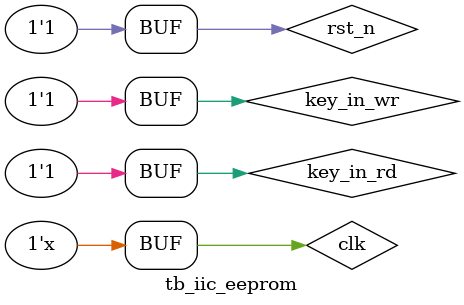
<source format=v>
`timescale 1ns/1ns
module tb_iic_eeprom();
reg clk;
reg rst_n;
reg key_in_wr;
reg key_in_rd;

wire     scl;
wire      sda;
wire     done_flag;
wire       ds ; 
wire       oe  ;
wire       shcp;
wire       stcp;

defparam iic_eeprom_inst.key_filter_inst_wr.CNT_MAX = 20'd999;
defparam iic_eeprom_inst.key_filter_inst_rd.CNT_MAX = 20'd999;
defparam iic_eeprom_inst.CNT_50MS_MAX = 22'd249;
defparam iic_eeprom_inst.CNT_1S_MAX  = 22'd499;

initial begin
    clk = 1'b1;
    rst_n <= 1'b0;
    key_in_wr <= 1'b1;
    key_in_rd <= 1'b1;
    #20
    rst_n <= 1'b1;
    #200
    key_in_wr <= 1'b0;
    #500000
    key_in_wr <= 1'b1;
    #5000
    key_in_rd <= 1'b0;
    #500000
    key_in_rd <= 1'b1;    
end

always #10 clk = ~clk;

iic_eeprom iic_eeprom_inst
(
.clk         (clk        )  ,
.rst_n       (rst_n      )  ,
.key_in_wr   (key_in_wr  )  ,
.key_in_rd   (key_in_rd  )  ,

. scl       (scl      )        ,
. sda       (sda      )        ,
. done_flag (done_flag)        ,
.   ds      (  ds     )    ,
.   oe      (  oe     )    ,
.   shcp    (  shcp   )    ,
.   stcp    (  stcp   )
);

endmodule
</source>
